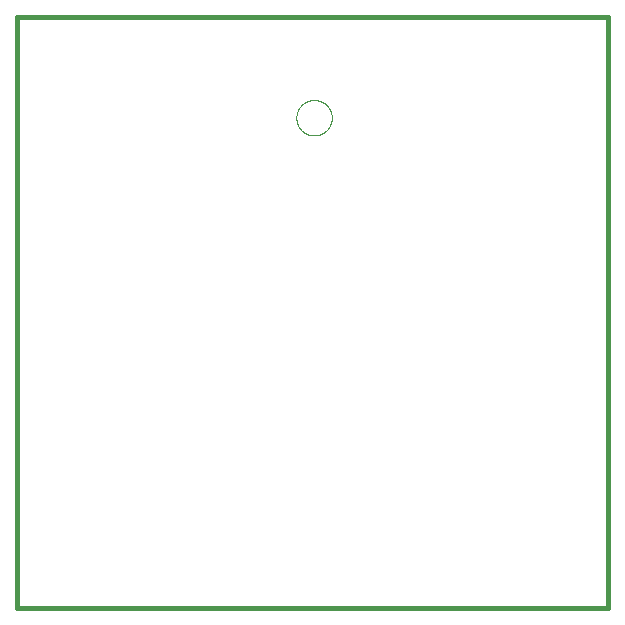
<source format=gbo>
G75*
%MOIN*%
%OFA0B0*%
%FSLAX25Y25*%
%IPPOS*%
%LPD*%
%AMOC8*
5,1,8,0,0,1.08239X$1,22.5*
%
%ADD10C,0.01600*%
%ADD11C,0.00000*%
D10*
X0384396Y0099924D02*
X0581247Y0099924D01*
X0581247Y0296774D01*
X0384396Y0296774D01*
X0384396Y0099924D01*
D11*
X0477427Y0263250D02*
X0477429Y0263403D01*
X0477435Y0263557D01*
X0477445Y0263710D01*
X0477459Y0263862D01*
X0477477Y0264015D01*
X0477499Y0264166D01*
X0477524Y0264317D01*
X0477554Y0264468D01*
X0477588Y0264618D01*
X0477625Y0264766D01*
X0477666Y0264914D01*
X0477711Y0265060D01*
X0477760Y0265206D01*
X0477813Y0265350D01*
X0477869Y0265492D01*
X0477929Y0265633D01*
X0477993Y0265773D01*
X0478060Y0265911D01*
X0478131Y0266047D01*
X0478206Y0266181D01*
X0478283Y0266313D01*
X0478365Y0266443D01*
X0478449Y0266571D01*
X0478537Y0266697D01*
X0478628Y0266820D01*
X0478722Y0266941D01*
X0478820Y0267059D01*
X0478920Y0267175D01*
X0479024Y0267288D01*
X0479130Y0267399D01*
X0479239Y0267507D01*
X0479351Y0267612D01*
X0479465Y0267713D01*
X0479583Y0267812D01*
X0479702Y0267908D01*
X0479824Y0268001D01*
X0479949Y0268090D01*
X0480076Y0268177D01*
X0480205Y0268259D01*
X0480336Y0268339D01*
X0480469Y0268415D01*
X0480604Y0268488D01*
X0480741Y0268557D01*
X0480880Y0268622D01*
X0481020Y0268684D01*
X0481162Y0268742D01*
X0481305Y0268797D01*
X0481450Y0268848D01*
X0481596Y0268895D01*
X0481743Y0268938D01*
X0481891Y0268977D01*
X0482040Y0269013D01*
X0482190Y0269044D01*
X0482341Y0269072D01*
X0482492Y0269096D01*
X0482645Y0269116D01*
X0482797Y0269132D01*
X0482950Y0269144D01*
X0483103Y0269152D01*
X0483256Y0269156D01*
X0483410Y0269156D01*
X0483563Y0269152D01*
X0483716Y0269144D01*
X0483869Y0269132D01*
X0484021Y0269116D01*
X0484174Y0269096D01*
X0484325Y0269072D01*
X0484476Y0269044D01*
X0484626Y0269013D01*
X0484775Y0268977D01*
X0484923Y0268938D01*
X0485070Y0268895D01*
X0485216Y0268848D01*
X0485361Y0268797D01*
X0485504Y0268742D01*
X0485646Y0268684D01*
X0485786Y0268622D01*
X0485925Y0268557D01*
X0486062Y0268488D01*
X0486197Y0268415D01*
X0486330Y0268339D01*
X0486461Y0268259D01*
X0486590Y0268177D01*
X0486717Y0268090D01*
X0486842Y0268001D01*
X0486964Y0267908D01*
X0487083Y0267812D01*
X0487201Y0267713D01*
X0487315Y0267612D01*
X0487427Y0267507D01*
X0487536Y0267399D01*
X0487642Y0267288D01*
X0487746Y0267175D01*
X0487846Y0267059D01*
X0487944Y0266941D01*
X0488038Y0266820D01*
X0488129Y0266697D01*
X0488217Y0266571D01*
X0488301Y0266443D01*
X0488383Y0266313D01*
X0488460Y0266181D01*
X0488535Y0266047D01*
X0488606Y0265911D01*
X0488673Y0265773D01*
X0488737Y0265633D01*
X0488797Y0265492D01*
X0488853Y0265350D01*
X0488906Y0265206D01*
X0488955Y0265060D01*
X0489000Y0264914D01*
X0489041Y0264766D01*
X0489078Y0264618D01*
X0489112Y0264468D01*
X0489142Y0264317D01*
X0489167Y0264166D01*
X0489189Y0264015D01*
X0489207Y0263862D01*
X0489221Y0263710D01*
X0489231Y0263557D01*
X0489237Y0263403D01*
X0489239Y0263250D01*
X0489237Y0263097D01*
X0489231Y0262943D01*
X0489221Y0262790D01*
X0489207Y0262638D01*
X0489189Y0262485D01*
X0489167Y0262334D01*
X0489142Y0262183D01*
X0489112Y0262032D01*
X0489078Y0261882D01*
X0489041Y0261734D01*
X0489000Y0261586D01*
X0488955Y0261440D01*
X0488906Y0261294D01*
X0488853Y0261150D01*
X0488797Y0261008D01*
X0488737Y0260867D01*
X0488673Y0260727D01*
X0488606Y0260589D01*
X0488535Y0260453D01*
X0488460Y0260319D01*
X0488383Y0260187D01*
X0488301Y0260057D01*
X0488217Y0259929D01*
X0488129Y0259803D01*
X0488038Y0259680D01*
X0487944Y0259559D01*
X0487846Y0259441D01*
X0487746Y0259325D01*
X0487642Y0259212D01*
X0487536Y0259101D01*
X0487427Y0258993D01*
X0487315Y0258888D01*
X0487201Y0258787D01*
X0487083Y0258688D01*
X0486964Y0258592D01*
X0486842Y0258499D01*
X0486717Y0258410D01*
X0486590Y0258323D01*
X0486461Y0258241D01*
X0486330Y0258161D01*
X0486197Y0258085D01*
X0486062Y0258012D01*
X0485925Y0257943D01*
X0485786Y0257878D01*
X0485646Y0257816D01*
X0485504Y0257758D01*
X0485361Y0257703D01*
X0485216Y0257652D01*
X0485070Y0257605D01*
X0484923Y0257562D01*
X0484775Y0257523D01*
X0484626Y0257487D01*
X0484476Y0257456D01*
X0484325Y0257428D01*
X0484174Y0257404D01*
X0484021Y0257384D01*
X0483869Y0257368D01*
X0483716Y0257356D01*
X0483563Y0257348D01*
X0483410Y0257344D01*
X0483256Y0257344D01*
X0483103Y0257348D01*
X0482950Y0257356D01*
X0482797Y0257368D01*
X0482645Y0257384D01*
X0482492Y0257404D01*
X0482341Y0257428D01*
X0482190Y0257456D01*
X0482040Y0257487D01*
X0481891Y0257523D01*
X0481743Y0257562D01*
X0481596Y0257605D01*
X0481450Y0257652D01*
X0481305Y0257703D01*
X0481162Y0257758D01*
X0481020Y0257816D01*
X0480880Y0257878D01*
X0480741Y0257943D01*
X0480604Y0258012D01*
X0480469Y0258085D01*
X0480336Y0258161D01*
X0480205Y0258241D01*
X0480076Y0258323D01*
X0479949Y0258410D01*
X0479824Y0258499D01*
X0479702Y0258592D01*
X0479583Y0258688D01*
X0479465Y0258787D01*
X0479351Y0258888D01*
X0479239Y0258993D01*
X0479130Y0259101D01*
X0479024Y0259212D01*
X0478920Y0259325D01*
X0478820Y0259441D01*
X0478722Y0259559D01*
X0478628Y0259680D01*
X0478537Y0259803D01*
X0478449Y0259929D01*
X0478365Y0260057D01*
X0478283Y0260187D01*
X0478206Y0260319D01*
X0478131Y0260453D01*
X0478060Y0260589D01*
X0477993Y0260727D01*
X0477929Y0260867D01*
X0477869Y0261008D01*
X0477813Y0261150D01*
X0477760Y0261294D01*
X0477711Y0261440D01*
X0477666Y0261586D01*
X0477625Y0261734D01*
X0477588Y0261882D01*
X0477554Y0262032D01*
X0477524Y0262183D01*
X0477499Y0262334D01*
X0477477Y0262485D01*
X0477459Y0262638D01*
X0477445Y0262790D01*
X0477435Y0262943D01*
X0477429Y0263097D01*
X0477427Y0263250D01*
M02*

</source>
